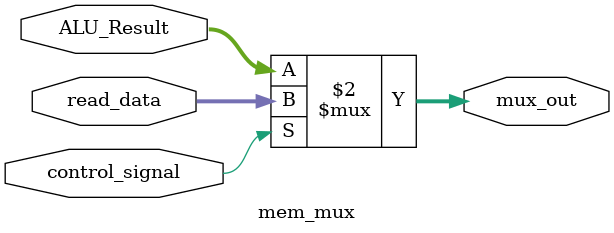
<source format=v>
module mem_mux (
    input  wire [31:0] read_data,
    input  wire [31:0] ALU_Result,
    input  wire        control_signal,   // mem_to_reg
    output wire [31:0] mux_out
);

    // mem_to_reg:
    //   0 → ALU result
    //   1 → loaded data
    assign mux_out = (control_signal == 1'b1) ? read_data : ALU_Result;

endmodule

</source>
